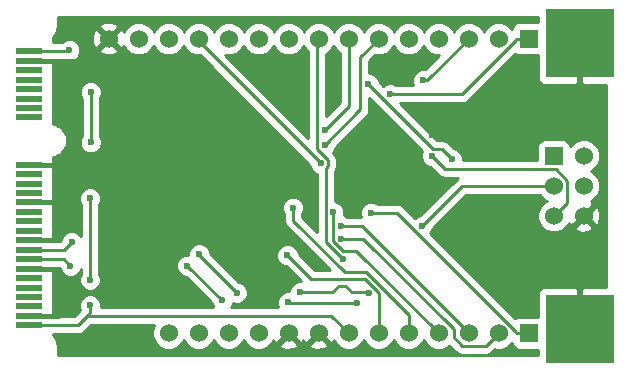
<source format=gbl>
G04 (created by PCBNEW (2013-may-18)-stable) date Mon 04 May 2015 02:01:06 PM CST*
%MOIN*%
G04 Gerber Fmt 3.4, Leading zero omitted, Abs format*
%FSLAX34Y34*%
G01*
G70*
G90*
G04 APERTURE LIST*
%ADD10C,0.00590551*%
%ADD11R,0.0905512X0.023622*%
%ADD12R,0.228346X0.228346*%
%ADD13R,0.06X0.06*%
%ADD14C,0.06*%
%ADD15C,0.023622*%
%ADD16C,0.01*%
%ADD17C,0.011811*%
%ADD18C,0.015748*%
G04 APERTURE END LIST*
G54D10*
G54D11*
X19862Y-40787D03*
X19862Y-41102D03*
X19862Y-41417D03*
X19862Y-41732D03*
X19862Y-42047D03*
X19862Y-42362D03*
X19862Y-42677D03*
X19862Y-42992D03*
X19862Y-44566D03*
X19862Y-44881D03*
X19862Y-45196D03*
X19862Y-45511D03*
X19862Y-45826D03*
X19862Y-46141D03*
X19862Y-46456D03*
X19862Y-46771D03*
X19862Y-47086D03*
X19862Y-47401D03*
X19862Y-47716D03*
X19862Y-48031D03*
X19862Y-48346D03*
X19862Y-48661D03*
X19862Y-48976D03*
X19862Y-49291D03*
X19862Y-49606D03*
X19862Y-49921D03*
G54D12*
X38228Y-50039D03*
X38228Y-40511D03*
G54D13*
X37370Y-44275D03*
G54D14*
X38370Y-44275D03*
X37370Y-45275D03*
X38370Y-45275D03*
X37370Y-46275D03*
X38370Y-46275D03*
G54D13*
X36527Y-40370D03*
G54D14*
X35527Y-40370D03*
X34527Y-40370D03*
X33527Y-40370D03*
X32527Y-40370D03*
X31527Y-40370D03*
X30527Y-40370D03*
X29527Y-40370D03*
X28527Y-40370D03*
X27527Y-40370D03*
X26527Y-40370D03*
X25527Y-40370D03*
X24527Y-40370D03*
X23527Y-40370D03*
X22527Y-40370D03*
G54D13*
X36527Y-50181D03*
G54D14*
X35527Y-50181D03*
X34527Y-50181D03*
X33527Y-50181D03*
X32527Y-50181D03*
X31527Y-50181D03*
X30527Y-50181D03*
X29527Y-50181D03*
X28527Y-50181D03*
X27527Y-50181D03*
X26527Y-50181D03*
X25527Y-50181D03*
X24527Y-50181D03*
G54D15*
X28492Y-47589D03*
X28678Y-45996D03*
X30017Y-46156D03*
X30277Y-46615D03*
X30286Y-47031D03*
X31280Y-46166D03*
X30826Y-49173D03*
X28523Y-49153D03*
X26318Y-49074D03*
X25157Y-47933D03*
X25551Y-47559D03*
X26811Y-48838D03*
X28917Y-48818D03*
X31200Y-48858D03*
X31917Y-42218D03*
X29594Y-44518D03*
X33015Y-41758D03*
X29732Y-43906D03*
X29738Y-43403D03*
X30348Y-47707D03*
X33306Y-44285D03*
X32980Y-46613D03*
X33974Y-44374D03*
X31193Y-41879D03*
X21909Y-49251D03*
X21909Y-48405D03*
X21909Y-45688D03*
X21929Y-43818D03*
X21929Y-42145D03*
X21220Y-40748D03*
X30196Y-42125D03*
X31574Y-41515D03*
X27086Y-41358D03*
X27086Y-42519D03*
X28405Y-48464D03*
X25590Y-43996D03*
X23425Y-48858D03*
X26771Y-46633D03*
X22755Y-50354D03*
X21259Y-49429D03*
X33326Y-42854D03*
X33307Y-43562D03*
X31200Y-43937D03*
X29192Y-45570D03*
X30767Y-45610D03*
X22834Y-42795D03*
X34094Y-47303D03*
X35787Y-47342D03*
X21299Y-47145D03*
X21259Y-47933D03*
G54D16*
X29288Y-48385D02*
X28492Y-47589D01*
X31080Y-48385D02*
X29288Y-48385D01*
X31527Y-48832D02*
X31080Y-48385D01*
X31527Y-50181D02*
X31527Y-48832D01*
X28678Y-46432D02*
X28678Y-45996D01*
X30398Y-48153D02*
X28678Y-46432D01*
X31112Y-48153D02*
X30398Y-48153D01*
X32527Y-49568D02*
X31112Y-48153D01*
X32527Y-50181D02*
X32527Y-49568D01*
X30790Y-47444D02*
X33527Y-50181D01*
X30349Y-47444D02*
X30790Y-47444D01*
X30017Y-47112D02*
X30349Y-47444D01*
X30017Y-46156D02*
X30017Y-47112D01*
X30962Y-46615D02*
X30277Y-46615D01*
X34527Y-50181D02*
X30962Y-46615D01*
X31001Y-47031D02*
X30286Y-47031D01*
X34027Y-50057D02*
X31001Y-47031D01*
X34027Y-50312D02*
X34027Y-50057D01*
X34325Y-50610D02*
X34027Y-50312D01*
X35098Y-50610D02*
X34325Y-50610D01*
X35527Y-50181D02*
X35098Y-50610D01*
X32137Y-46166D02*
X31280Y-46166D01*
X36098Y-50127D02*
X32137Y-46166D01*
X36098Y-50181D02*
X36098Y-50127D01*
X36527Y-50181D02*
X36098Y-50181D01*
X28543Y-49173D02*
X30826Y-49173D01*
X28523Y-49153D02*
X28543Y-49173D01*
X26299Y-49074D02*
X26318Y-49074D01*
X25157Y-47933D02*
X26299Y-49074D01*
X25551Y-47578D02*
X25551Y-47559D01*
X26811Y-48838D02*
X25551Y-47578D01*
X29980Y-48818D02*
X28917Y-48818D01*
X30196Y-48602D02*
X29980Y-48818D01*
X30413Y-48602D02*
X30196Y-48602D01*
X30629Y-48818D02*
X30413Y-48602D01*
X31161Y-48818D02*
X30629Y-48818D01*
X31200Y-48858D02*
X31161Y-48818D01*
X34303Y-42218D02*
X31917Y-42218D01*
X36098Y-40423D02*
X34303Y-42218D01*
X36098Y-40370D02*
X36098Y-40423D01*
X36527Y-40370D02*
X36098Y-40370D01*
X25527Y-40452D02*
X29594Y-44518D01*
X25527Y-40370D02*
X25527Y-40452D01*
X33138Y-41758D02*
X33015Y-41758D01*
X34527Y-40370D02*
X33138Y-41758D01*
X30922Y-42715D02*
X29732Y-43906D01*
X30922Y-40975D02*
X30922Y-42715D01*
X31527Y-40370D02*
X30922Y-40975D01*
X30527Y-42614D02*
X29738Y-43403D01*
X30527Y-40370D02*
X30527Y-42614D01*
X29473Y-40423D02*
X29527Y-40370D01*
X29473Y-44048D02*
X29473Y-40423D01*
X29841Y-44416D02*
X29473Y-44048D01*
X29841Y-44621D02*
X29841Y-44416D01*
X29770Y-44691D02*
X29841Y-44621D01*
X29770Y-47129D02*
X29770Y-44691D01*
X30348Y-47707D02*
X29770Y-47129D01*
X33733Y-44712D02*
X33306Y-44285D01*
X37429Y-44712D02*
X33733Y-44712D01*
X37810Y-45093D02*
X37429Y-44712D01*
X37810Y-45835D02*
X37810Y-45093D01*
X37370Y-46275D02*
X37810Y-45835D01*
X34318Y-45275D02*
X32980Y-46613D01*
X37370Y-45275D02*
X34318Y-45275D01*
X33351Y-44038D02*
X31193Y-41879D01*
X33638Y-44038D02*
X33351Y-44038D01*
X33974Y-44374D02*
X33638Y-44038D01*
X21929Y-42145D02*
X21929Y-43818D01*
X21181Y-40787D02*
X21220Y-40748D01*
X19862Y-40787D02*
X21181Y-40787D01*
X21909Y-45688D02*
X21909Y-48405D01*
X21496Y-49921D02*
X21815Y-49601D01*
X19862Y-49921D02*
X21496Y-49921D01*
X21909Y-49507D02*
X21909Y-49251D01*
X21815Y-49601D02*
X21909Y-49507D01*
X29948Y-49601D02*
X30527Y-50181D01*
X21815Y-49601D02*
X29948Y-49601D01*
G54D17*
X25590Y-43996D02*
X25610Y-43996D01*
X25610Y-43996D02*
X27086Y-42519D01*
X26771Y-46830D02*
X26771Y-46633D01*
X28405Y-48464D02*
X26771Y-46830D01*
X24704Y-46633D02*
X24704Y-44881D01*
X24704Y-44881D02*
X25590Y-43996D01*
X23425Y-48858D02*
X23425Y-47893D01*
X21259Y-49114D02*
X21515Y-48858D01*
X21515Y-48858D02*
X23425Y-48858D01*
X21259Y-49114D02*
X21259Y-49429D01*
X24685Y-46633D02*
X24704Y-46633D01*
X24704Y-46633D02*
X26771Y-46633D01*
X23425Y-47893D02*
X24685Y-46633D01*
X20846Y-49606D02*
X21082Y-49606D01*
G54D18*
X19862Y-49606D02*
X20846Y-49606D01*
G54D17*
X21082Y-49606D02*
X21259Y-49429D01*
X33326Y-43543D02*
X33326Y-42854D01*
X33307Y-43562D02*
X33326Y-43543D01*
X29192Y-45551D02*
X29192Y-45570D01*
X30767Y-44370D02*
X30767Y-45610D01*
X30767Y-44370D02*
X31200Y-43937D01*
X35748Y-47303D02*
X34094Y-47303D01*
X35787Y-47342D02*
X35748Y-47303D01*
G54D18*
X20826Y-48031D02*
X20846Y-48051D01*
X19862Y-48031D02*
X20826Y-48031D01*
X20767Y-45826D02*
X20826Y-45767D01*
X19862Y-45826D02*
X20767Y-45826D01*
X21795Y-41102D02*
X22527Y-40370D01*
X19862Y-41102D02*
X21795Y-41102D01*
X20477Y-47082D02*
X20835Y-47082D01*
X20472Y-47086D02*
X20477Y-47082D01*
X19862Y-47086D02*
X20472Y-47086D01*
X20483Y-44577D02*
X21510Y-44577D01*
X20472Y-44566D02*
X20483Y-44577D01*
X19862Y-44566D02*
X20472Y-44566D01*
G54D16*
X21043Y-47401D02*
X21299Y-47145D01*
X19862Y-47401D02*
X21043Y-47401D01*
X21043Y-47716D02*
X21259Y-47933D01*
X19862Y-47716D02*
X21043Y-47716D01*
G54D10*
G36*
X29173Y-43674D02*
X26419Y-40919D01*
X26636Y-40920D01*
X26838Y-40836D01*
X26993Y-40682D01*
X27027Y-40600D01*
X27061Y-40681D01*
X27215Y-40836D01*
X27417Y-40919D01*
X27636Y-40920D01*
X27838Y-40836D01*
X27993Y-40682D01*
X28027Y-40600D01*
X28061Y-40681D01*
X28215Y-40836D01*
X28417Y-40919D01*
X28636Y-40920D01*
X28838Y-40836D01*
X28993Y-40682D01*
X29027Y-40600D01*
X29061Y-40681D01*
X29173Y-40794D01*
X29173Y-43674D01*
X29173Y-43674D01*
G37*
G54D16*
X29173Y-43674D02*
X26419Y-40919D01*
X26636Y-40920D01*
X26838Y-40836D01*
X26993Y-40682D01*
X27027Y-40600D01*
X27061Y-40681D01*
X27215Y-40836D01*
X27417Y-40919D01*
X27636Y-40920D01*
X27838Y-40836D01*
X27993Y-40682D01*
X28027Y-40600D01*
X28061Y-40681D01*
X28215Y-40836D01*
X28417Y-40919D01*
X28636Y-40920D01*
X28838Y-40836D01*
X28993Y-40682D01*
X29027Y-40600D01*
X29061Y-40681D01*
X29173Y-40794D01*
X29173Y-43674D01*
G54D10*
G36*
X30227Y-42490D02*
X29773Y-42944D01*
X29773Y-40863D01*
X29838Y-40836D01*
X29993Y-40682D01*
X30027Y-40600D01*
X30061Y-40681D01*
X30215Y-40836D01*
X30227Y-40841D01*
X30227Y-42490D01*
X30227Y-42490D01*
G37*
G54D16*
X30227Y-42490D02*
X29773Y-42944D01*
X29773Y-40863D01*
X29838Y-40836D01*
X29993Y-40682D01*
X30027Y-40600D01*
X30061Y-40681D01*
X30215Y-40836D01*
X30227Y-40841D01*
X30227Y-42490D01*
G54D10*
G36*
X33553Y-40920D02*
X33082Y-41390D01*
X32942Y-41390D01*
X32807Y-41446D01*
X32703Y-41550D01*
X32647Y-41685D01*
X32647Y-41831D01*
X32683Y-41918D01*
X32138Y-41918D01*
X32126Y-41906D01*
X31991Y-41850D01*
X31844Y-41850D01*
X31709Y-41906D01*
X31676Y-41938D01*
X31561Y-41823D01*
X31561Y-41806D01*
X31505Y-41671D01*
X31402Y-41567D01*
X31266Y-41511D01*
X31222Y-41511D01*
X31222Y-41099D01*
X31406Y-40915D01*
X31417Y-40919D01*
X31636Y-40920D01*
X31838Y-40836D01*
X31993Y-40682D01*
X32027Y-40600D01*
X32061Y-40681D01*
X32215Y-40836D01*
X32417Y-40919D01*
X32636Y-40920D01*
X32838Y-40836D01*
X32993Y-40682D01*
X33027Y-40600D01*
X33061Y-40681D01*
X33215Y-40836D01*
X33417Y-40919D01*
X33553Y-40920D01*
X33553Y-40920D01*
G37*
G54D16*
X33553Y-40920D02*
X33082Y-41390D01*
X32942Y-41390D01*
X32807Y-41446D01*
X32703Y-41550D01*
X32647Y-41685D01*
X32647Y-41831D01*
X32683Y-41918D01*
X32138Y-41918D01*
X32126Y-41906D01*
X31991Y-41850D01*
X31844Y-41850D01*
X31709Y-41906D01*
X31676Y-41938D01*
X31561Y-41823D01*
X31561Y-41806D01*
X31505Y-41671D01*
X31402Y-41567D01*
X31266Y-41511D01*
X31222Y-41511D01*
X31222Y-41099D01*
X31406Y-40915D01*
X31417Y-40919D01*
X31636Y-40920D01*
X31838Y-40836D01*
X31993Y-40682D01*
X32027Y-40600D01*
X32061Y-40681D01*
X32215Y-40836D01*
X32417Y-40919D01*
X32636Y-40920D01*
X32838Y-40836D01*
X32993Y-40682D01*
X33027Y-40600D01*
X33061Y-40681D01*
X33215Y-40836D01*
X33417Y-40919D01*
X33553Y-40920D01*
G54D10*
G36*
X34182Y-45012D02*
X34105Y-45063D01*
X32924Y-46245D01*
X32907Y-46245D01*
X32771Y-46301D01*
X32734Y-46338D01*
X32349Y-45954D01*
X32252Y-45889D01*
X32137Y-45866D01*
X31501Y-45866D01*
X31489Y-45854D01*
X31354Y-45798D01*
X31207Y-45798D01*
X31072Y-45854D01*
X30968Y-45957D01*
X30912Y-46092D01*
X30912Y-46239D01*
X30943Y-46315D01*
X30498Y-46315D01*
X30486Y-46303D01*
X30374Y-46257D01*
X30385Y-46230D01*
X30385Y-46083D01*
X30329Y-45948D01*
X30226Y-45844D01*
X30090Y-45788D01*
X30070Y-45788D01*
X30070Y-44807D01*
X30070Y-44807D01*
X30118Y-44735D01*
X30141Y-44621D01*
X30141Y-44621D01*
X30141Y-44416D01*
X30118Y-44301D01*
X30053Y-44204D01*
X30003Y-44154D01*
X30043Y-44114D01*
X30100Y-43979D01*
X30100Y-43962D01*
X31134Y-42927D01*
X31134Y-42927D01*
X31199Y-42830D01*
X31222Y-42715D01*
X31222Y-42715D01*
X31222Y-42332D01*
X32986Y-44096D01*
X32938Y-44211D01*
X32938Y-44358D01*
X32994Y-44493D01*
X33097Y-44597D01*
X33232Y-44653D01*
X33250Y-44653D01*
X33521Y-44924D01*
X33521Y-44924D01*
X33618Y-44989D01*
X33733Y-45012D01*
X33733Y-45012D01*
X34182Y-45012D01*
X34182Y-45012D01*
G37*
G54D16*
X34182Y-45012D02*
X34105Y-45063D01*
X32924Y-46245D01*
X32907Y-46245D01*
X32771Y-46301D01*
X32734Y-46338D01*
X32349Y-45954D01*
X32252Y-45889D01*
X32137Y-45866D01*
X31501Y-45866D01*
X31489Y-45854D01*
X31354Y-45798D01*
X31207Y-45798D01*
X31072Y-45854D01*
X30968Y-45957D01*
X30912Y-46092D01*
X30912Y-46239D01*
X30943Y-46315D01*
X30498Y-46315D01*
X30486Y-46303D01*
X30374Y-46257D01*
X30385Y-46230D01*
X30385Y-46083D01*
X30329Y-45948D01*
X30226Y-45844D01*
X30090Y-45788D01*
X30070Y-45788D01*
X30070Y-44807D01*
X30070Y-44807D01*
X30118Y-44735D01*
X30141Y-44621D01*
X30141Y-44621D01*
X30141Y-44416D01*
X30118Y-44301D01*
X30053Y-44204D01*
X30003Y-44154D01*
X30043Y-44114D01*
X30100Y-43979D01*
X30100Y-43962D01*
X31134Y-42927D01*
X31134Y-42927D01*
X31199Y-42830D01*
X31222Y-42715D01*
X31222Y-42715D01*
X31222Y-42332D01*
X32986Y-44096D01*
X32938Y-44211D01*
X32938Y-44358D01*
X32994Y-44493D01*
X33097Y-44597D01*
X33232Y-44653D01*
X33250Y-44653D01*
X33521Y-44924D01*
X33521Y-44924D01*
X33618Y-44989D01*
X33733Y-45012D01*
X33733Y-45012D01*
X34182Y-45012D01*
G54D10*
G36*
X36836Y-39820D02*
X36778Y-39820D01*
X36178Y-39820D01*
X36086Y-39858D01*
X36015Y-39928D01*
X35977Y-40020D01*
X35977Y-40042D01*
X35839Y-39904D01*
X35637Y-39820D01*
X35418Y-39819D01*
X35216Y-39903D01*
X35061Y-40058D01*
X35027Y-40139D01*
X34994Y-40058D01*
X34839Y-39904D01*
X34637Y-39820D01*
X34418Y-39819D01*
X34216Y-39903D01*
X34061Y-40058D01*
X34027Y-40139D01*
X33994Y-40058D01*
X33839Y-39904D01*
X33637Y-39820D01*
X33418Y-39819D01*
X33216Y-39903D01*
X33061Y-40058D01*
X33027Y-40139D01*
X32994Y-40058D01*
X32839Y-39904D01*
X32637Y-39820D01*
X32418Y-39819D01*
X32216Y-39903D01*
X32061Y-40058D01*
X32027Y-40139D01*
X31994Y-40058D01*
X31839Y-39904D01*
X31637Y-39820D01*
X31418Y-39819D01*
X31216Y-39903D01*
X31061Y-40058D01*
X31027Y-40139D01*
X30994Y-40058D01*
X30839Y-39904D01*
X30637Y-39820D01*
X30418Y-39819D01*
X30216Y-39903D01*
X30061Y-40058D01*
X30027Y-40139D01*
X29994Y-40058D01*
X29839Y-39904D01*
X29637Y-39820D01*
X29418Y-39819D01*
X29216Y-39903D01*
X29061Y-40058D01*
X29027Y-40139D01*
X28994Y-40058D01*
X28839Y-39904D01*
X28637Y-39820D01*
X28418Y-39819D01*
X28216Y-39903D01*
X28061Y-40058D01*
X28027Y-40139D01*
X27994Y-40058D01*
X27839Y-39904D01*
X27637Y-39820D01*
X27418Y-39819D01*
X27216Y-39903D01*
X27061Y-40058D01*
X27027Y-40139D01*
X26994Y-40058D01*
X26839Y-39904D01*
X26637Y-39820D01*
X26418Y-39819D01*
X26216Y-39903D01*
X26061Y-40058D01*
X26027Y-40139D01*
X25994Y-40058D01*
X25839Y-39904D01*
X25637Y-39820D01*
X25418Y-39819D01*
X25216Y-39903D01*
X25061Y-40058D01*
X25027Y-40139D01*
X24994Y-40058D01*
X24839Y-39904D01*
X24637Y-39820D01*
X24418Y-39819D01*
X24216Y-39903D01*
X24061Y-40058D01*
X24027Y-40139D01*
X23994Y-40058D01*
X23839Y-39904D01*
X23637Y-39820D01*
X23418Y-39819D01*
X23216Y-39903D01*
X23061Y-40058D01*
X23030Y-40133D01*
X23008Y-40082D01*
X22913Y-40054D01*
X22842Y-40125D01*
X22842Y-39984D01*
X22815Y-39888D01*
X22609Y-39815D01*
X22390Y-39826D01*
X22239Y-39888D01*
X22212Y-39984D01*
X22527Y-40299D01*
X22842Y-39984D01*
X22842Y-40125D01*
X22598Y-40370D01*
X22913Y-40685D01*
X23008Y-40657D01*
X23028Y-40602D01*
X23061Y-40681D01*
X23215Y-40836D01*
X23417Y-40919D01*
X23636Y-40920D01*
X23838Y-40836D01*
X23993Y-40682D01*
X24027Y-40600D01*
X24061Y-40681D01*
X24215Y-40836D01*
X24417Y-40919D01*
X24636Y-40920D01*
X24838Y-40836D01*
X24993Y-40682D01*
X25027Y-40600D01*
X25061Y-40681D01*
X25215Y-40836D01*
X25417Y-40919D01*
X25571Y-40920D01*
X29225Y-44574D01*
X29225Y-44591D01*
X29281Y-44726D01*
X29385Y-44830D01*
X29470Y-44865D01*
X29470Y-46800D01*
X28978Y-46308D01*
X28978Y-46217D01*
X28989Y-46205D01*
X29046Y-46070D01*
X29046Y-45923D01*
X28990Y-45788D01*
X28886Y-45684D01*
X28751Y-45628D01*
X28605Y-45628D01*
X28469Y-45684D01*
X28366Y-45787D01*
X28309Y-45923D01*
X28309Y-46069D01*
X28365Y-46204D01*
X28378Y-46217D01*
X28378Y-46432D01*
X28400Y-46547D01*
X28465Y-46645D01*
X29905Y-48085D01*
X29412Y-48085D01*
X28860Y-47532D01*
X28860Y-47516D01*
X28804Y-47380D01*
X28701Y-47277D01*
X28565Y-47221D01*
X28419Y-47220D01*
X28284Y-47276D01*
X28180Y-47380D01*
X28124Y-47515D01*
X28124Y-47661D01*
X28180Y-47797D01*
X28283Y-47900D01*
X28418Y-47957D01*
X28436Y-47957D01*
X28929Y-48450D01*
X28844Y-48450D01*
X28709Y-48506D01*
X28605Y-48610D01*
X28549Y-48745D01*
X28549Y-48785D01*
X28450Y-48785D01*
X28315Y-48841D01*
X28211Y-48944D01*
X28155Y-49080D01*
X28155Y-49226D01*
X28186Y-49301D01*
X26612Y-49301D01*
X26630Y-49283D01*
X26673Y-49180D01*
X26737Y-49206D01*
X26883Y-49206D01*
X27019Y-49150D01*
X27122Y-49047D01*
X27179Y-48912D01*
X27179Y-48765D01*
X27123Y-48630D01*
X27019Y-48526D01*
X26884Y-48470D01*
X26867Y-48470D01*
X25919Y-47522D01*
X25919Y-47486D01*
X25863Y-47350D01*
X25759Y-47247D01*
X25624Y-47191D01*
X25478Y-47190D01*
X25342Y-47246D01*
X25239Y-47350D01*
X25183Y-47485D01*
X25183Y-47564D01*
X25084Y-47564D01*
X24949Y-47620D01*
X24845Y-47724D01*
X24789Y-47859D01*
X24789Y-48005D01*
X24845Y-48141D01*
X24948Y-48244D01*
X25083Y-48301D01*
X25101Y-48301D01*
X25952Y-49152D01*
X26006Y-49283D01*
X26025Y-49301D01*
X22842Y-49301D01*
X22842Y-40755D01*
X22527Y-40440D01*
X22456Y-40511D01*
X22456Y-40370D01*
X22141Y-40054D01*
X22046Y-40082D01*
X21972Y-40288D01*
X21983Y-40506D01*
X22046Y-40657D01*
X22141Y-40685D01*
X22456Y-40370D01*
X22456Y-40511D01*
X22212Y-40755D01*
X22239Y-40851D01*
X22445Y-40924D01*
X22664Y-40913D01*
X22815Y-40851D01*
X22842Y-40755D01*
X22842Y-49301D01*
X22297Y-49301D01*
X22297Y-43745D01*
X22241Y-43610D01*
X22229Y-43598D01*
X22229Y-42366D01*
X22241Y-42354D01*
X22297Y-42219D01*
X22297Y-42072D01*
X22241Y-41937D01*
X22137Y-41833D01*
X22002Y-41777D01*
X21856Y-41777D01*
X21720Y-41833D01*
X21617Y-41936D01*
X21561Y-42072D01*
X21560Y-42218D01*
X21616Y-42353D01*
X21629Y-42366D01*
X21629Y-43598D01*
X21617Y-43610D01*
X21561Y-43745D01*
X21560Y-43891D01*
X21616Y-44027D01*
X21720Y-44130D01*
X21855Y-44186D01*
X22002Y-44187D01*
X22137Y-44131D01*
X22241Y-44027D01*
X22297Y-43892D01*
X22297Y-43745D01*
X22297Y-49301D01*
X22277Y-49301D01*
X22277Y-49179D01*
X22221Y-49043D01*
X22118Y-48940D01*
X21982Y-48883D01*
X21836Y-48883D01*
X21701Y-48939D01*
X21597Y-49043D01*
X21541Y-49178D01*
X21541Y-49324D01*
X21578Y-49414D01*
X21371Y-49621D01*
X20660Y-49621D01*
X20660Y-48016D01*
X20896Y-48016D01*
X20947Y-48141D01*
X21051Y-48244D01*
X21186Y-48301D01*
X21332Y-48301D01*
X21468Y-48245D01*
X21571Y-48141D01*
X21609Y-48051D01*
X21609Y-48184D01*
X21597Y-48196D01*
X21541Y-48331D01*
X21541Y-48478D01*
X21597Y-48613D01*
X21700Y-48717D01*
X21835Y-48773D01*
X21982Y-48773D01*
X22117Y-48717D01*
X22221Y-48614D01*
X22277Y-48479D01*
X22277Y-48332D01*
X22221Y-48197D01*
X22209Y-48184D01*
X22209Y-45909D01*
X22221Y-45897D01*
X22277Y-45762D01*
X22277Y-45616D01*
X22221Y-45480D01*
X22118Y-45377D01*
X21982Y-45320D01*
X21836Y-45320D01*
X21701Y-45376D01*
X21597Y-45480D01*
X21541Y-45615D01*
X21541Y-45761D01*
X21597Y-45897D01*
X21609Y-45909D01*
X21609Y-46935D01*
X21508Y-46833D01*
X21372Y-46777D01*
X21226Y-46777D01*
X21090Y-46833D01*
X20987Y-46936D01*
X20931Y-47072D01*
X20931Y-47089D01*
X20919Y-47101D01*
X20660Y-47101D01*
X20660Y-44316D01*
X20755Y-44297D01*
X20853Y-44257D01*
X20853Y-44256D01*
X20853Y-44256D01*
X20948Y-44193D01*
X20948Y-44192D01*
X21023Y-44118D01*
X21087Y-44022D01*
X21127Y-43925D01*
X21127Y-43925D01*
X21127Y-43925D01*
X21150Y-43812D01*
X21150Y-43812D01*
X21150Y-43812D01*
X21150Y-43812D01*
X21150Y-43759D01*
X21150Y-43707D01*
X21150Y-43707D01*
X21150Y-43706D01*
X21150Y-43706D01*
X21127Y-43594D01*
X21127Y-43594D01*
X21127Y-43593D01*
X21087Y-43496D01*
X21023Y-43401D01*
X20948Y-43326D01*
X20948Y-43326D01*
X20853Y-43262D01*
X20853Y-43262D01*
X20853Y-43262D01*
X20755Y-43222D01*
X20660Y-43203D01*
X20660Y-41087D01*
X21077Y-41087D01*
X21146Y-41116D01*
X21293Y-41116D01*
X21428Y-41060D01*
X21532Y-40956D01*
X21588Y-40821D01*
X21588Y-40675D01*
X21532Y-40539D01*
X21429Y-40436D01*
X21294Y-40379D01*
X21147Y-40379D01*
X21012Y-40435D01*
X20960Y-40487D01*
X20660Y-40487D01*
X20660Y-40316D01*
X20702Y-40274D01*
X20771Y-40172D01*
X20811Y-40075D01*
X20811Y-40074D01*
X20811Y-40074D01*
X20835Y-39953D01*
X20835Y-39928D01*
X20840Y-39901D01*
X20840Y-39639D01*
X36836Y-39639D01*
X36836Y-39820D01*
X36836Y-39820D01*
G37*
G54D16*
X36836Y-39820D02*
X36778Y-39820D01*
X36178Y-39820D01*
X36086Y-39858D01*
X36015Y-39928D01*
X35977Y-40020D01*
X35977Y-40042D01*
X35839Y-39904D01*
X35637Y-39820D01*
X35418Y-39819D01*
X35216Y-39903D01*
X35061Y-40058D01*
X35027Y-40139D01*
X34994Y-40058D01*
X34839Y-39904D01*
X34637Y-39820D01*
X34418Y-39819D01*
X34216Y-39903D01*
X34061Y-40058D01*
X34027Y-40139D01*
X33994Y-40058D01*
X33839Y-39904D01*
X33637Y-39820D01*
X33418Y-39819D01*
X33216Y-39903D01*
X33061Y-40058D01*
X33027Y-40139D01*
X32994Y-40058D01*
X32839Y-39904D01*
X32637Y-39820D01*
X32418Y-39819D01*
X32216Y-39903D01*
X32061Y-40058D01*
X32027Y-40139D01*
X31994Y-40058D01*
X31839Y-39904D01*
X31637Y-39820D01*
X31418Y-39819D01*
X31216Y-39903D01*
X31061Y-40058D01*
X31027Y-40139D01*
X30994Y-40058D01*
X30839Y-39904D01*
X30637Y-39820D01*
X30418Y-39819D01*
X30216Y-39903D01*
X30061Y-40058D01*
X30027Y-40139D01*
X29994Y-40058D01*
X29839Y-39904D01*
X29637Y-39820D01*
X29418Y-39819D01*
X29216Y-39903D01*
X29061Y-40058D01*
X29027Y-40139D01*
X28994Y-40058D01*
X28839Y-39904D01*
X28637Y-39820D01*
X28418Y-39819D01*
X28216Y-39903D01*
X28061Y-40058D01*
X28027Y-40139D01*
X27994Y-40058D01*
X27839Y-39904D01*
X27637Y-39820D01*
X27418Y-39819D01*
X27216Y-39903D01*
X27061Y-40058D01*
X27027Y-40139D01*
X26994Y-40058D01*
X26839Y-39904D01*
X26637Y-39820D01*
X26418Y-39819D01*
X26216Y-39903D01*
X26061Y-40058D01*
X26027Y-40139D01*
X25994Y-40058D01*
X25839Y-39904D01*
X25637Y-39820D01*
X25418Y-39819D01*
X25216Y-39903D01*
X25061Y-40058D01*
X25027Y-40139D01*
X24994Y-40058D01*
X24839Y-39904D01*
X24637Y-39820D01*
X24418Y-39819D01*
X24216Y-39903D01*
X24061Y-40058D01*
X24027Y-40139D01*
X23994Y-40058D01*
X23839Y-39904D01*
X23637Y-39820D01*
X23418Y-39819D01*
X23216Y-39903D01*
X23061Y-40058D01*
X23030Y-40133D01*
X23008Y-40082D01*
X22913Y-40054D01*
X22842Y-40125D01*
X22842Y-39984D01*
X22815Y-39888D01*
X22609Y-39815D01*
X22390Y-39826D01*
X22239Y-39888D01*
X22212Y-39984D01*
X22527Y-40299D01*
X22842Y-39984D01*
X22842Y-40125D01*
X22598Y-40370D01*
X22913Y-40685D01*
X23008Y-40657D01*
X23028Y-40602D01*
X23061Y-40681D01*
X23215Y-40836D01*
X23417Y-40919D01*
X23636Y-40920D01*
X23838Y-40836D01*
X23993Y-40682D01*
X24027Y-40600D01*
X24061Y-40681D01*
X24215Y-40836D01*
X24417Y-40919D01*
X24636Y-40920D01*
X24838Y-40836D01*
X24993Y-40682D01*
X25027Y-40600D01*
X25061Y-40681D01*
X25215Y-40836D01*
X25417Y-40919D01*
X25571Y-40920D01*
X29225Y-44574D01*
X29225Y-44591D01*
X29281Y-44726D01*
X29385Y-44830D01*
X29470Y-44865D01*
X29470Y-46800D01*
X28978Y-46308D01*
X28978Y-46217D01*
X28989Y-46205D01*
X29046Y-46070D01*
X29046Y-45923D01*
X28990Y-45788D01*
X28886Y-45684D01*
X28751Y-45628D01*
X28605Y-45628D01*
X28469Y-45684D01*
X28366Y-45787D01*
X28309Y-45923D01*
X28309Y-46069D01*
X28365Y-46204D01*
X28378Y-46217D01*
X28378Y-46432D01*
X28400Y-46547D01*
X28465Y-46645D01*
X29905Y-48085D01*
X29412Y-48085D01*
X28860Y-47532D01*
X28860Y-47516D01*
X28804Y-47380D01*
X28701Y-47277D01*
X28565Y-47221D01*
X28419Y-47220D01*
X28284Y-47276D01*
X28180Y-47380D01*
X28124Y-47515D01*
X28124Y-47661D01*
X28180Y-47797D01*
X28283Y-47900D01*
X28418Y-47957D01*
X28436Y-47957D01*
X28929Y-48450D01*
X28844Y-48450D01*
X28709Y-48506D01*
X28605Y-48610D01*
X28549Y-48745D01*
X28549Y-48785D01*
X28450Y-48785D01*
X28315Y-48841D01*
X28211Y-48944D01*
X28155Y-49080D01*
X28155Y-49226D01*
X28186Y-49301D01*
X26612Y-49301D01*
X26630Y-49283D01*
X26673Y-49180D01*
X26737Y-49206D01*
X26883Y-49206D01*
X27019Y-49150D01*
X27122Y-49047D01*
X27179Y-48912D01*
X27179Y-48765D01*
X27123Y-48630D01*
X27019Y-48526D01*
X26884Y-48470D01*
X26867Y-48470D01*
X25919Y-47522D01*
X25919Y-47486D01*
X25863Y-47350D01*
X25759Y-47247D01*
X25624Y-47191D01*
X25478Y-47190D01*
X25342Y-47246D01*
X25239Y-47350D01*
X25183Y-47485D01*
X25183Y-47564D01*
X25084Y-47564D01*
X24949Y-47620D01*
X24845Y-47724D01*
X24789Y-47859D01*
X24789Y-48005D01*
X24845Y-48141D01*
X24948Y-48244D01*
X25083Y-48301D01*
X25101Y-48301D01*
X25952Y-49152D01*
X26006Y-49283D01*
X26025Y-49301D01*
X22842Y-49301D01*
X22842Y-40755D01*
X22527Y-40440D01*
X22456Y-40511D01*
X22456Y-40370D01*
X22141Y-40054D01*
X22046Y-40082D01*
X21972Y-40288D01*
X21983Y-40506D01*
X22046Y-40657D01*
X22141Y-40685D01*
X22456Y-40370D01*
X22456Y-40511D01*
X22212Y-40755D01*
X22239Y-40851D01*
X22445Y-40924D01*
X22664Y-40913D01*
X22815Y-40851D01*
X22842Y-40755D01*
X22842Y-49301D01*
X22297Y-49301D01*
X22297Y-43745D01*
X22241Y-43610D01*
X22229Y-43598D01*
X22229Y-42366D01*
X22241Y-42354D01*
X22297Y-42219D01*
X22297Y-42072D01*
X22241Y-41937D01*
X22137Y-41833D01*
X22002Y-41777D01*
X21856Y-41777D01*
X21720Y-41833D01*
X21617Y-41936D01*
X21561Y-42072D01*
X21560Y-42218D01*
X21616Y-42353D01*
X21629Y-42366D01*
X21629Y-43598D01*
X21617Y-43610D01*
X21561Y-43745D01*
X21560Y-43891D01*
X21616Y-44027D01*
X21720Y-44130D01*
X21855Y-44186D01*
X22002Y-44187D01*
X22137Y-44131D01*
X22241Y-44027D01*
X22297Y-43892D01*
X22297Y-43745D01*
X22297Y-49301D01*
X22277Y-49301D01*
X22277Y-49179D01*
X22221Y-49043D01*
X22118Y-48940D01*
X21982Y-48883D01*
X21836Y-48883D01*
X21701Y-48939D01*
X21597Y-49043D01*
X21541Y-49178D01*
X21541Y-49324D01*
X21578Y-49414D01*
X21371Y-49621D01*
X20660Y-49621D01*
X20660Y-48016D01*
X20896Y-48016D01*
X20947Y-48141D01*
X21051Y-48244D01*
X21186Y-48301D01*
X21332Y-48301D01*
X21468Y-48245D01*
X21571Y-48141D01*
X21609Y-48051D01*
X21609Y-48184D01*
X21597Y-48196D01*
X21541Y-48331D01*
X21541Y-48478D01*
X21597Y-48613D01*
X21700Y-48717D01*
X21835Y-48773D01*
X21982Y-48773D01*
X22117Y-48717D01*
X22221Y-48614D01*
X22277Y-48479D01*
X22277Y-48332D01*
X22221Y-48197D01*
X22209Y-48184D01*
X22209Y-45909D01*
X22221Y-45897D01*
X22277Y-45762D01*
X22277Y-45616D01*
X22221Y-45480D01*
X22118Y-45377D01*
X21982Y-45320D01*
X21836Y-45320D01*
X21701Y-45376D01*
X21597Y-45480D01*
X21541Y-45615D01*
X21541Y-45761D01*
X21597Y-45897D01*
X21609Y-45909D01*
X21609Y-46935D01*
X21508Y-46833D01*
X21372Y-46777D01*
X21226Y-46777D01*
X21090Y-46833D01*
X20987Y-46936D01*
X20931Y-47072D01*
X20931Y-47089D01*
X20919Y-47101D01*
X20660Y-47101D01*
X20660Y-44316D01*
X20755Y-44297D01*
X20853Y-44257D01*
X20853Y-44256D01*
X20853Y-44256D01*
X20948Y-44193D01*
X20948Y-44192D01*
X21023Y-44118D01*
X21087Y-44022D01*
X21127Y-43925D01*
X21127Y-43925D01*
X21127Y-43925D01*
X21150Y-43812D01*
X21150Y-43812D01*
X21150Y-43812D01*
X21150Y-43812D01*
X21150Y-43759D01*
X21150Y-43707D01*
X21150Y-43707D01*
X21150Y-43706D01*
X21150Y-43706D01*
X21127Y-43594D01*
X21127Y-43594D01*
X21127Y-43593D01*
X21087Y-43496D01*
X21023Y-43401D01*
X20948Y-43326D01*
X20948Y-43326D01*
X20853Y-43262D01*
X20853Y-43262D01*
X20853Y-43262D01*
X20755Y-43222D01*
X20660Y-43203D01*
X20660Y-41087D01*
X21077Y-41087D01*
X21146Y-41116D01*
X21293Y-41116D01*
X21428Y-41060D01*
X21532Y-40956D01*
X21588Y-40821D01*
X21588Y-40675D01*
X21532Y-40539D01*
X21429Y-40436D01*
X21294Y-40379D01*
X21147Y-40379D01*
X21012Y-40435D01*
X20960Y-40487D01*
X20660Y-40487D01*
X20660Y-40316D01*
X20702Y-40274D01*
X20771Y-40172D01*
X20811Y-40075D01*
X20811Y-40074D01*
X20811Y-40074D01*
X20835Y-39953D01*
X20835Y-39928D01*
X20840Y-39901D01*
X20840Y-39639D01*
X36836Y-39639D01*
X36836Y-39820D01*
G54D10*
G36*
X36836Y-50731D02*
X36836Y-50911D01*
X29842Y-50911D01*
X29842Y-50567D01*
X29527Y-50251D01*
X29212Y-50567D01*
X29239Y-50662D01*
X29445Y-50735D01*
X29664Y-50724D01*
X29815Y-50662D01*
X29842Y-50567D01*
X29842Y-50911D01*
X28842Y-50911D01*
X28842Y-50567D01*
X28527Y-50251D01*
X28212Y-50567D01*
X28239Y-50662D01*
X28445Y-50735D01*
X28664Y-50724D01*
X28815Y-50662D01*
X28842Y-50567D01*
X28842Y-50911D01*
X20840Y-50911D01*
X20840Y-50649D01*
X20835Y-50623D01*
X20835Y-50597D01*
X20811Y-50476D01*
X20811Y-50476D01*
X20811Y-50476D01*
X20771Y-50378D01*
X20702Y-50276D01*
X20660Y-50234D01*
X20660Y-50221D01*
X21496Y-50221D01*
X21496Y-50221D01*
X21610Y-50198D01*
X21610Y-50198D01*
X21708Y-50133D01*
X21939Y-49901D01*
X24048Y-49901D01*
X23977Y-50071D01*
X23977Y-50290D01*
X24061Y-50492D01*
X24215Y-50647D01*
X24417Y-50731D01*
X24636Y-50731D01*
X24838Y-50647D01*
X24993Y-50493D01*
X25027Y-50411D01*
X25061Y-50492D01*
X25215Y-50647D01*
X25417Y-50731D01*
X25636Y-50731D01*
X25838Y-50647D01*
X25993Y-50493D01*
X26027Y-50411D01*
X26061Y-50492D01*
X26215Y-50647D01*
X26417Y-50731D01*
X26636Y-50731D01*
X26838Y-50647D01*
X26993Y-50493D01*
X27027Y-50411D01*
X27061Y-50492D01*
X27215Y-50647D01*
X27417Y-50731D01*
X27636Y-50731D01*
X27838Y-50647D01*
X27993Y-50493D01*
X28024Y-50417D01*
X28046Y-50468D01*
X28141Y-50496D01*
X28456Y-50181D01*
X28451Y-50175D01*
X28521Y-50104D01*
X28527Y-50110D01*
X28533Y-50104D01*
X28603Y-50175D01*
X28598Y-50181D01*
X28913Y-50496D01*
X29008Y-50468D01*
X29026Y-50420D01*
X29046Y-50468D01*
X29141Y-50496D01*
X29456Y-50181D01*
X29451Y-50175D01*
X29521Y-50104D01*
X29527Y-50110D01*
X29533Y-50104D01*
X29603Y-50175D01*
X29598Y-50181D01*
X29913Y-50496D01*
X30008Y-50468D01*
X30028Y-50413D01*
X30061Y-50492D01*
X30215Y-50647D01*
X30417Y-50731D01*
X30636Y-50731D01*
X30838Y-50647D01*
X30993Y-50493D01*
X31027Y-50411D01*
X31061Y-50492D01*
X31215Y-50647D01*
X31417Y-50731D01*
X31636Y-50731D01*
X31838Y-50647D01*
X31993Y-50493D01*
X32027Y-50411D01*
X32061Y-50492D01*
X32215Y-50647D01*
X32417Y-50731D01*
X32636Y-50731D01*
X32838Y-50647D01*
X32993Y-50493D01*
X33027Y-50411D01*
X33061Y-50492D01*
X33215Y-50647D01*
X33417Y-50731D01*
X33636Y-50731D01*
X33838Y-50647D01*
X33888Y-50597D01*
X34113Y-50822D01*
X34113Y-50822D01*
X34211Y-50887D01*
X34325Y-50910D01*
X35098Y-50910D01*
X35098Y-50910D01*
X35212Y-50887D01*
X35212Y-50887D01*
X35310Y-50822D01*
X35406Y-50726D01*
X35417Y-50731D01*
X35636Y-50731D01*
X35838Y-50647D01*
X35977Y-50509D01*
X35977Y-50530D01*
X36015Y-50622D01*
X36085Y-50692D01*
X36177Y-50731D01*
X36277Y-50731D01*
X36836Y-50731D01*
X36836Y-50731D01*
G37*
G54D16*
X36836Y-50731D02*
X36836Y-50911D01*
X29842Y-50911D01*
X29842Y-50567D01*
X29527Y-50251D01*
X29212Y-50567D01*
X29239Y-50662D01*
X29445Y-50735D01*
X29664Y-50724D01*
X29815Y-50662D01*
X29842Y-50567D01*
X29842Y-50911D01*
X28842Y-50911D01*
X28842Y-50567D01*
X28527Y-50251D01*
X28212Y-50567D01*
X28239Y-50662D01*
X28445Y-50735D01*
X28664Y-50724D01*
X28815Y-50662D01*
X28842Y-50567D01*
X28842Y-50911D01*
X20840Y-50911D01*
X20840Y-50649D01*
X20835Y-50623D01*
X20835Y-50597D01*
X20811Y-50476D01*
X20811Y-50476D01*
X20811Y-50476D01*
X20771Y-50378D01*
X20702Y-50276D01*
X20660Y-50234D01*
X20660Y-50221D01*
X21496Y-50221D01*
X21496Y-50221D01*
X21610Y-50198D01*
X21610Y-50198D01*
X21708Y-50133D01*
X21939Y-49901D01*
X24048Y-49901D01*
X23977Y-50071D01*
X23977Y-50290D01*
X24061Y-50492D01*
X24215Y-50647D01*
X24417Y-50731D01*
X24636Y-50731D01*
X24838Y-50647D01*
X24993Y-50493D01*
X25027Y-50411D01*
X25061Y-50492D01*
X25215Y-50647D01*
X25417Y-50731D01*
X25636Y-50731D01*
X25838Y-50647D01*
X25993Y-50493D01*
X26027Y-50411D01*
X26061Y-50492D01*
X26215Y-50647D01*
X26417Y-50731D01*
X26636Y-50731D01*
X26838Y-50647D01*
X26993Y-50493D01*
X27027Y-50411D01*
X27061Y-50492D01*
X27215Y-50647D01*
X27417Y-50731D01*
X27636Y-50731D01*
X27838Y-50647D01*
X27993Y-50493D01*
X28024Y-50417D01*
X28046Y-50468D01*
X28141Y-50496D01*
X28456Y-50181D01*
X28451Y-50175D01*
X28521Y-50104D01*
X28527Y-50110D01*
X28533Y-50104D01*
X28603Y-50175D01*
X28598Y-50181D01*
X28913Y-50496D01*
X29008Y-50468D01*
X29026Y-50420D01*
X29046Y-50468D01*
X29141Y-50496D01*
X29456Y-50181D01*
X29451Y-50175D01*
X29521Y-50104D01*
X29527Y-50110D01*
X29533Y-50104D01*
X29603Y-50175D01*
X29598Y-50181D01*
X29913Y-50496D01*
X30008Y-50468D01*
X30028Y-50413D01*
X30061Y-50492D01*
X30215Y-50647D01*
X30417Y-50731D01*
X30636Y-50731D01*
X30838Y-50647D01*
X30993Y-50493D01*
X31027Y-50411D01*
X31061Y-50492D01*
X31215Y-50647D01*
X31417Y-50731D01*
X31636Y-50731D01*
X31838Y-50647D01*
X31993Y-50493D01*
X32027Y-50411D01*
X32061Y-50492D01*
X32215Y-50647D01*
X32417Y-50731D01*
X32636Y-50731D01*
X32838Y-50647D01*
X32993Y-50493D01*
X33027Y-50411D01*
X33061Y-50492D01*
X33215Y-50647D01*
X33417Y-50731D01*
X33636Y-50731D01*
X33838Y-50647D01*
X33888Y-50597D01*
X34113Y-50822D01*
X34113Y-50822D01*
X34211Y-50887D01*
X34325Y-50910D01*
X35098Y-50910D01*
X35098Y-50910D01*
X35212Y-50887D01*
X35212Y-50887D01*
X35310Y-50822D01*
X35406Y-50726D01*
X35417Y-50731D01*
X35636Y-50731D01*
X35838Y-50647D01*
X35977Y-50509D01*
X35977Y-50530D01*
X36015Y-50622D01*
X36085Y-50692D01*
X36177Y-50731D01*
X36277Y-50731D01*
X36836Y-50731D01*
G54D10*
G36*
X39100Y-48647D02*
X38924Y-48647D01*
X38924Y-46357D01*
X38913Y-46138D01*
X38851Y-45987D01*
X38755Y-45960D01*
X38440Y-46275D01*
X38755Y-46590D01*
X38851Y-46563D01*
X38924Y-46357D01*
X38924Y-48647D01*
X38685Y-48647D01*
X38685Y-46661D01*
X38370Y-46346D01*
X38054Y-46661D01*
X38082Y-46756D01*
X38288Y-46830D01*
X38506Y-46819D01*
X38657Y-46756D01*
X38685Y-46661D01*
X38685Y-48647D01*
X38340Y-48647D01*
X38278Y-48710D01*
X38278Y-49989D01*
X38286Y-49989D01*
X38286Y-50089D01*
X38278Y-50089D01*
X38278Y-50097D01*
X38178Y-50097D01*
X38178Y-50089D01*
X38170Y-50089D01*
X38170Y-49989D01*
X38178Y-49989D01*
X38178Y-48710D01*
X38115Y-48647D01*
X37037Y-48647D01*
X36945Y-48685D01*
X36874Y-48755D01*
X36836Y-48847D01*
X36836Y-48947D01*
X36836Y-49631D01*
X36778Y-49631D01*
X36178Y-49631D01*
X36086Y-49669D01*
X36075Y-49679D01*
X33254Y-46859D01*
X33292Y-46822D01*
X33348Y-46686D01*
X33348Y-46669D01*
X34442Y-45575D01*
X36898Y-45575D01*
X36903Y-45586D01*
X37058Y-45741D01*
X37139Y-45775D01*
X37058Y-45809D01*
X36904Y-45963D01*
X36820Y-46165D01*
X36819Y-46384D01*
X36903Y-46586D01*
X37058Y-46741D01*
X37260Y-46825D01*
X37479Y-46825D01*
X37681Y-46742D01*
X37836Y-46587D01*
X37867Y-46511D01*
X37888Y-46563D01*
X37984Y-46590D01*
X38299Y-46275D01*
X38293Y-46270D01*
X38364Y-46199D01*
X38370Y-46204D01*
X38685Y-45889D01*
X38657Y-45794D01*
X38602Y-45774D01*
X38681Y-45742D01*
X38836Y-45587D01*
X38919Y-45385D01*
X38920Y-45166D01*
X38836Y-44964D01*
X38682Y-44809D01*
X38600Y-44775D01*
X38681Y-44742D01*
X38836Y-44587D01*
X38919Y-44385D01*
X38920Y-44166D01*
X38836Y-43964D01*
X38682Y-43809D01*
X38479Y-43725D01*
X38261Y-43725D01*
X38058Y-43809D01*
X37920Y-43947D01*
X37920Y-43926D01*
X37882Y-43834D01*
X37811Y-43763D01*
X37720Y-43725D01*
X37620Y-43725D01*
X37020Y-43725D01*
X36928Y-43763D01*
X36858Y-43833D01*
X36820Y-43925D01*
X36820Y-44025D01*
X36820Y-44412D01*
X34342Y-44412D01*
X34342Y-44301D01*
X34286Y-44165D01*
X34183Y-44062D01*
X34048Y-44006D01*
X34030Y-44006D01*
X33850Y-43826D01*
X33753Y-43760D01*
X33638Y-43738D01*
X33476Y-43738D01*
X32256Y-42518D01*
X34303Y-42518D01*
X34303Y-42518D01*
X34418Y-42495D01*
X34418Y-42495D01*
X34515Y-42430D01*
X36075Y-40871D01*
X36085Y-40881D01*
X36177Y-40920D01*
X36277Y-40920D01*
X36836Y-40920D01*
X36836Y-41604D01*
X36836Y-41703D01*
X36874Y-41795D01*
X36945Y-41865D01*
X37037Y-41903D01*
X38115Y-41903D01*
X38178Y-41841D01*
X38178Y-40561D01*
X38170Y-40561D01*
X38170Y-40461D01*
X38178Y-40461D01*
X38178Y-40453D01*
X38278Y-40453D01*
X38278Y-40461D01*
X38286Y-40461D01*
X38286Y-40561D01*
X38278Y-40561D01*
X38278Y-41841D01*
X38340Y-41903D01*
X39100Y-41903D01*
X39100Y-48647D01*
X39100Y-48647D01*
G37*
G54D16*
X39100Y-48647D02*
X38924Y-48647D01*
X38924Y-46357D01*
X38913Y-46138D01*
X38851Y-45987D01*
X38755Y-45960D01*
X38440Y-46275D01*
X38755Y-46590D01*
X38851Y-46563D01*
X38924Y-46357D01*
X38924Y-48647D01*
X38685Y-48647D01*
X38685Y-46661D01*
X38370Y-46346D01*
X38054Y-46661D01*
X38082Y-46756D01*
X38288Y-46830D01*
X38506Y-46819D01*
X38657Y-46756D01*
X38685Y-46661D01*
X38685Y-48647D01*
X38340Y-48647D01*
X38278Y-48710D01*
X38278Y-49989D01*
X38286Y-49989D01*
X38286Y-50089D01*
X38278Y-50089D01*
X38278Y-50097D01*
X38178Y-50097D01*
X38178Y-50089D01*
X38170Y-50089D01*
X38170Y-49989D01*
X38178Y-49989D01*
X38178Y-48710D01*
X38115Y-48647D01*
X37037Y-48647D01*
X36945Y-48685D01*
X36874Y-48755D01*
X36836Y-48847D01*
X36836Y-48947D01*
X36836Y-49631D01*
X36778Y-49631D01*
X36178Y-49631D01*
X36086Y-49669D01*
X36075Y-49679D01*
X33254Y-46859D01*
X33292Y-46822D01*
X33348Y-46686D01*
X33348Y-46669D01*
X34442Y-45575D01*
X36898Y-45575D01*
X36903Y-45586D01*
X37058Y-45741D01*
X37139Y-45775D01*
X37058Y-45809D01*
X36904Y-45963D01*
X36820Y-46165D01*
X36819Y-46384D01*
X36903Y-46586D01*
X37058Y-46741D01*
X37260Y-46825D01*
X37479Y-46825D01*
X37681Y-46742D01*
X37836Y-46587D01*
X37867Y-46511D01*
X37888Y-46563D01*
X37984Y-46590D01*
X38299Y-46275D01*
X38293Y-46270D01*
X38364Y-46199D01*
X38370Y-46204D01*
X38685Y-45889D01*
X38657Y-45794D01*
X38602Y-45774D01*
X38681Y-45742D01*
X38836Y-45587D01*
X38919Y-45385D01*
X38920Y-45166D01*
X38836Y-44964D01*
X38682Y-44809D01*
X38600Y-44775D01*
X38681Y-44742D01*
X38836Y-44587D01*
X38919Y-44385D01*
X38920Y-44166D01*
X38836Y-43964D01*
X38682Y-43809D01*
X38479Y-43725D01*
X38261Y-43725D01*
X38058Y-43809D01*
X37920Y-43947D01*
X37920Y-43926D01*
X37882Y-43834D01*
X37811Y-43763D01*
X37720Y-43725D01*
X37620Y-43725D01*
X37020Y-43725D01*
X36928Y-43763D01*
X36858Y-43833D01*
X36820Y-43925D01*
X36820Y-44025D01*
X36820Y-44412D01*
X34342Y-44412D01*
X34342Y-44301D01*
X34286Y-44165D01*
X34183Y-44062D01*
X34048Y-44006D01*
X34030Y-44006D01*
X33850Y-43826D01*
X33753Y-43760D01*
X33638Y-43738D01*
X33476Y-43738D01*
X32256Y-42518D01*
X34303Y-42518D01*
X34303Y-42518D01*
X34418Y-42495D01*
X34418Y-42495D01*
X34515Y-42430D01*
X36075Y-40871D01*
X36085Y-40881D01*
X36177Y-40920D01*
X36277Y-40920D01*
X36836Y-40920D01*
X36836Y-41604D01*
X36836Y-41703D01*
X36874Y-41795D01*
X36945Y-41865D01*
X37037Y-41903D01*
X38115Y-41903D01*
X38178Y-41841D01*
X38178Y-40561D01*
X38170Y-40561D01*
X38170Y-40461D01*
X38178Y-40461D01*
X38178Y-40453D01*
X38278Y-40453D01*
X38278Y-40461D01*
X38286Y-40461D01*
X38286Y-40561D01*
X38278Y-40561D01*
X38278Y-41841D01*
X38340Y-41903D01*
X39100Y-41903D01*
X39100Y-48647D01*
M02*

</source>
